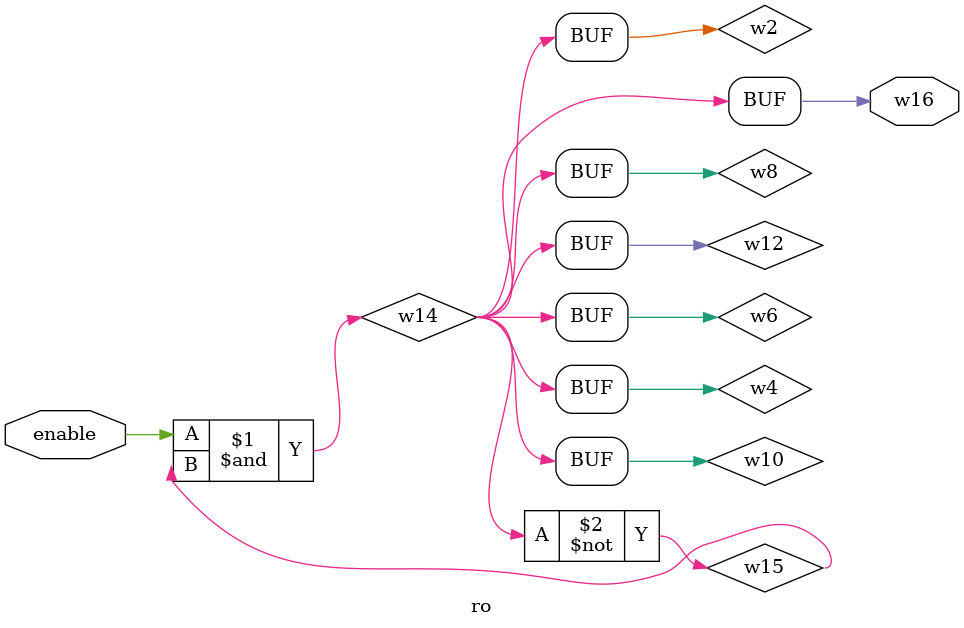
<source format=v>
module ro(enable, w16);

  input enable;
  output w16;

  wire w1, w2, w3, w4, w5, w6, w7, w8, w9, w10, w11, w12, w13, w14, w15;

  assign w16 = enable & w15;
  assign w15 = ~ w14;
  assign w14 = ~ w13;
  assign w13 = ~ w12;
  assign w12 = ~ w11;
  assign w11 = ~ w10;
  assign w10 = ~ w9;
  assign w9 = ~ w8;
  assign w8 = ~ w7;
  assign w7 = ~ w6;
  assign w6 = ~ w5;
  assign w5 = ~ w4;
  assign w4 = ~ w3;
  assign w3 = ~ w2; // w3 is the output we are interested in
  assign w2 = ~ w1;
  assign w1 = ~ w16;

endmodule

</source>
